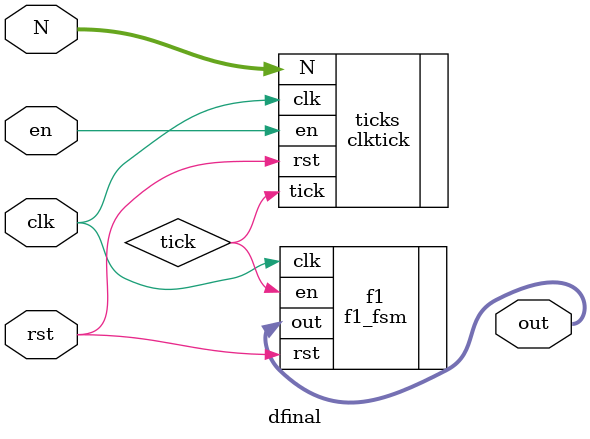
<source format=sv>
module dfinal (
    //interface signals
    input logic clk, 
    input logic rst,  
    input logic [15:0] N,  
    input logic en, 
    output logic [7:0] out

);
 logic tick;

clktick ticks(
    .clk (clk),
    .en (en),
    .rst (rst), //yellow value is signal in the internal module - the blue is the value you want to assign it - can come from top level 
    .N (N),
    .tick (tick)
);

f1_fsm f1(
    //define states
    .clk (clk), 
    .en (tick),
    .out (out), 
    .rst (rst)
); 

endmodule 


</source>
